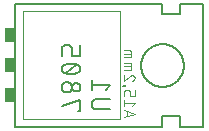
<source format=gbr>
G04 EAGLE Gerber RS-274X export*
G75*
%MOMM*%
%FSLAX34Y34*%
%LPD*%
%INSilkscreen Bottom*%
%IPPOS*%
%AMOC8*
5,1,8,0,0,1.08239X$1,22.5*%
G01*
%ADD10C,0.152400*%
%ADD11C,0.050800*%
%ADD12C,0.101600*%
%ADD13R,0.889000X1.270000*%
%ADD14C,0.177800*%


D10*
X965200Y-1395095D02*
X965200Y-1290955D01*
X1123950Y-1290955D02*
X1123950Y-1395095D01*
X1089660Y-1290955D02*
X965200Y-1290955D01*
X1089660Y-1290955D02*
X1089660Y-1299845D01*
X1104900Y-1299845D01*
X1104900Y-1290955D01*
X1123950Y-1290955D01*
X1089660Y-1395095D02*
X965200Y-1395095D01*
X1089660Y-1395095D02*
X1089660Y-1386205D01*
X1104900Y-1386205D01*
X1104900Y-1395095D01*
X1123950Y-1395095D01*
D11*
X971550Y-1388745D02*
X971550Y-1297305D01*
X1054100Y-1297305D01*
X1054100Y-1388745D01*
X971550Y-1388745D01*
D10*
X1071626Y-1343025D02*
X1071631Y-1342582D01*
X1071648Y-1342140D01*
X1071675Y-1341698D01*
X1071713Y-1341257D01*
X1071762Y-1340817D01*
X1071821Y-1340379D01*
X1071892Y-1339942D01*
X1071973Y-1339507D01*
X1072064Y-1339074D01*
X1072166Y-1338643D01*
X1072279Y-1338215D01*
X1072403Y-1337790D01*
X1072536Y-1337368D01*
X1072680Y-1336950D01*
X1072834Y-1336535D01*
X1072999Y-1336124D01*
X1073173Y-1335717D01*
X1073357Y-1335314D01*
X1073552Y-1334917D01*
X1073755Y-1334524D01*
X1073969Y-1334136D01*
X1074192Y-1333754D01*
X1074424Y-1333377D01*
X1074665Y-1333006D01*
X1074916Y-1332641D01*
X1075175Y-1332282D01*
X1075443Y-1331930D01*
X1075720Y-1331584D01*
X1076004Y-1331246D01*
X1076298Y-1330914D01*
X1076599Y-1330590D01*
X1076908Y-1330273D01*
X1077225Y-1329964D01*
X1077549Y-1329663D01*
X1077881Y-1329369D01*
X1078219Y-1329085D01*
X1078565Y-1328808D01*
X1078917Y-1328540D01*
X1079276Y-1328281D01*
X1079641Y-1328030D01*
X1080012Y-1327789D01*
X1080389Y-1327557D01*
X1080771Y-1327334D01*
X1081159Y-1327120D01*
X1081552Y-1326917D01*
X1081949Y-1326722D01*
X1082352Y-1326538D01*
X1082759Y-1326364D01*
X1083170Y-1326199D01*
X1083585Y-1326045D01*
X1084003Y-1325901D01*
X1084425Y-1325768D01*
X1084850Y-1325644D01*
X1085278Y-1325531D01*
X1085709Y-1325429D01*
X1086142Y-1325338D01*
X1086577Y-1325257D01*
X1087014Y-1325186D01*
X1087452Y-1325127D01*
X1087892Y-1325078D01*
X1088333Y-1325040D01*
X1088775Y-1325013D01*
X1089217Y-1324996D01*
X1089660Y-1324991D01*
X1090103Y-1324996D01*
X1090545Y-1325013D01*
X1090987Y-1325040D01*
X1091428Y-1325078D01*
X1091868Y-1325127D01*
X1092306Y-1325186D01*
X1092743Y-1325257D01*
X1093178Y-1325338D01*
X1093611Y-1325429D01*
X1094042Y-1325531D01*
X1094470Y-1325644D01*
X1094895Y-1325768D01*
X1095317Y-1325901D01*
X1095735Y-1326045D01*
X1096150Y-1326199D01*
X1096561Y-1326364D01*
X1096968Y-1326538D01*
X1097371Y-1326722D01*
X1097768Y-1326917D01*
X1098161Y-1327120D01*
X1098549Y-1327334D01*
X1098931Y-1327557D01*
X1099308Y-1327789D01*
X1099679Y-1328030D01*
X1100044Y-1328281D01*
X1100403Y-1328540D01*
X1100755Y-1328808D01*
X1101101Y-1329085D01*
X1101439Y-1329369D01*
X1101771Y-1329663D01*
X1102095Y-1329964D01*
X1102412Y-1330273D01*
X1102721Y-1330590D01*
X1103022Y-1330914D01*
X1103316Y-1331246D01*
X1103600Y-1331584D01*
X1103877Y-1331930D01*
X1104145Y-1332282D01*
X1104404Y-1332641D01*
X1104655Y-1333006D01*
X1104896Y-1333377D01*
X1105128Y-1333754D01*
X1105351Y-1334136D01*
X1105565Y-1334524D01*
X1105768Y-1334917D01*
X1105963Y-1335314D01*
X1106147Y-1335717D01*
X1106321Y-1336124D01*
X1106486Y-1336535D01*
X1106640Y-1336950D01*
X1106784Y-1337368D01*
X1106917Y-1337790D01*
X1107041Y-1338215D01*
X1107154Y-1338643D01*
X1107256Y-1339074D01*
X1107347Y-1339507D01*
X1107428Y-1339942D01*
X1107499Y-1340379D01*
X1107558Y-1340817D01*
X1107607Y-1341257D01*
X1107645Y-1341698D01*
X1107672Y-1342140D01*
X1107689Y-1342582D01*
X1107694Y-1343025D01*
X1107689Y-1343468D01*
X1107672Y-1343910D01*
X1107645Y-1344352D01*
X1107607Y-1344793D01*
X1107558Y-1345233D01*
X1107499Y-1345671D01*
X1107428Y-1346108D01*
X1107347Y-1346543D01*
X1107256Y-1346976D01*
X1107154Y-1347407D01*
X1107041Y-1347835D01*
X1106917Y-1348260D01*
X1106784Y-1348682D01*
X1106640Y-1349100D01*
X1106486Y-1349515D01*
X1106321Y-1349926D01*
X1106147Y-1350333D01*
X1105963Y-1350736D01*
X1105768Y-1351133D01*
X1105565Y-1351526D01*
X1105351Y-1351914D01*
X1105128Y-1352296D01*
X1104896Y-1352673D01*
X1104655Y-1353044D01*
X1104404Y-1353409D01*
X1104145Y-1353768D01*
X1103877Y-1354120D01*
X1103600Y-1354466D01*
X1103316Y-1354804D01*
X1103022Y-1355136D01*
X1102721Y-1355460D01*
X1102412Y-1355777D01*
X1102095Y-1356086D01*
X1101771Y-1356387D01*
X1101439Y-1356681D01*
X1101101Y-1356965D01*
X1100755Y-1357242D01*
X1100403Y-1357510D01*
X1100044Y-1357769D01*
X1099679Y-1358020D01*
X1099308Y-1358261D01*
X1098931Y-1358493D01*
X1098549Y-1358716D01*
X1098161Y-1358930D01*
X1097768Y-1359133D01*
X1097371Y-1359328D01*
X1096968Y-1359512D01*
X1096561Y-1359686D01*
X1096150Y-1359851D01*
X1095735Y-1360005D01*
X1095317Y-1360149D01*
X1094895Y-1360282D01*
X1094470Y-1360406D01*
X1094042Y-1360519D01*
X1093611Y-1360621D01*
X1093178Y-1360712D01*
X1092743Y-1360793D01*
X1092306Y-1360864D01*
X1091868Y-1360923D01*
X1091428Y-1360972D01*
X1090987Y-1361010D01*
X1090545Y-1361037D01*
X1090103Y-1361054D01*
X1089660Y-1361059D01*
X1089217Y-1361054D01*
X1088775Y-1361037D01*
X1088333Y-1361010D01*
X1087892Y-1360972D01*
X1087452Y-1360923D01*
X1087014Y-1360864D01*
X1086577Y-1360793D01*
X1086142Y-1360712D01*
X1085709Y-1360621D01*
X1085278Y-1360519D01*
X1084850Y-1360406D01*
X1084425Y-1360282D01*
X1084003Y-1360149D01*
X1083585Y-1360005D01*
X1083170Y-1359851D01*
X1082759Y-1359686D01*
X1082352Y-1359512D01*
X1081949Y-1359328D01*
X1081552Y-1359133D01*
X1081159Y-1358930D01*
X1080771Y-1358716D01*
X1080389Y-1358493D01*
X1080012Y-1358261D01*
X1079641Y-1358020D01*
X1079276Y-1357769D01*
X1078917Y-1357510D01*
X1078565Y-1357242D01*
X1078219Y-1356965D01*
X1077881Y-1356681D01*
X1077549Y-1356387D01*
X1077225Y-1356086D01*
X1076908Y-1355777D01*
X1076599Y-1355460D01*
X1076298Y-1355136D01*
X1076004Y-1354804D01*
X1075720Y-1354466D01*
X1075443Y-1354120D01*
X1075175Y-1353768D01*
X1074916Y-1353409D01*
X1074665Y-1353044D01*
X1074424Y-1352673D01*
X1074192Y-1352296D01*
X1073969Y-1351914D01*
X1073755Y-1351526D01*
X1073552Y-1351133D01*
X1073357Y-1350736D01*
X1073173Y-1350333D01*
X1072999Y-1349926D01*
X1072834Y-1349515D01*
X1072680Y-1349100D01*
X1072536Y-1348682D01*
X1072403Y-1348260D01*
X1072279Y-1347835D01*
X1072166Y-1347407D01*
X1072064Y-1346976D01*
X1071973Y-1346543D01*
X1071892Y-1346108D01*
X1071821Y-1345671D01*
X1071762Y-1345233D01*
X1071713Y-1344793D01*
X1071675Y-1344352D01*
X1071648Y-1343910D01*
X1071631Y-1343468D01*
X1071626Y-1343025D01*
D12*
X1066038Y-1384004D02*
X1057148Y-1386967D01*
X1057148Y-1381040D02*
X1066038Y-1384004D01*
X1059371Y-1381781D02*
X1059371Y-1386226D01*
X1064062Y-1377558D02*
X1066038Y-1375088D01*
X1057148Y-1375088D01*
X1057148Y-1372619D02*
X1057148Y-1377558D01*
X1057148Y-1368642D02*
X1057148Y-1365679D01*
X1057150Y-1365590D01*
X1057156Y-1365502D01*
X1057166Y-1365414D01*
X1057180Y-1365326D01*
X1057198Y-1365239D01*
X1057219Y-1365153D01*
X1057245Y-1365068D01*
X1057274Y-1364985D01*
X1057307Y-1364902D01*
X1057344Y-1364822D01*
X1057384Y-1364743D01*
X1057428Y-1364666D01*
X1057475Y-1364590D01*
X1057525Y-1364518D01*
X1057579Y-1364447D01*
X1057636Y-1364379D01*
X1057696Y-1364313D01*
X1057758Y-1364251D01*
X1057824Y-1364191D01*
X1057892Y-1364134D01*
X1057963Y-1364080D01*
X1058035Y-1364030D01*
X1058110Y-1363983D01*
X1058188Y-1363939D01*
X1058267Y-1363899D01*
X1058347Y-1363862D01*
X1058430Y-1363829D01*
X1058513Y-1363800D01*
X1058598Y-1363774D01*
X1058684Y-1363753D01*
X1058771Y-1363735D01*
X1058859Y-1363721D01*
X1058947Y-1363711D01*
X1059035Y-1363705D01*
X1059124Y-1363703D01*
X1059124Y-1363704D02*
X1060111Y-1363704D01*
X1060111Y-1363703D02*
X1060197Y-1363705D01*
X1060283Y-1363711D01*
X1060369Y-1363720D01*
X1060454Y-1363733D01*
X1060539Y-1363750D01*
X1060622Y-1363770D01*
X1060705Y-1363794D01*
X1060787Y-1363822D01*
X1060867Y-1363853D01*
X1060946Y-1363888D01*
X1061023Y-1363926D01*
X1061099Y-1363968D01*
X1061173Y-1364012D01*
X1061244Y-1364060D01*
X1061314Y-1364111D01*
X1061381Y-1364165D01*
X1061446Y-1364222D01*
X1061508Y-1364282D01*
X1061568Y-1364344D01*
X1061625Y-1364409D01*
X1061679Y-1364476D01*
X1061730Y-1364546D01*
X1061778Y-1364617D01*
X1061822Y-1364691D01*
X1061864Y-1364767D01*
X1061902Y-1364844D01*
X1061937Y-1364923D01*
X1061968Y-1365003D01*
X1061996Y-1365085D01*
X1062020Y-1365168D01*
X1062040Y-1365251D01*
X1062057Y-1365336D01*
X1062070Y-1365421D01*
X1062079Y-1365507D01*
X1062085Y-1365593D01*
X1062087Y-1365679D01*
X1062087Y-1368642D01*
X1066038Y-1368642D01*
X1066038Y-1363704D01*
X1057148Y-1360218D02*
X1057148Y-1359724D01*
X1057148Y-1360218D02*
X1057642Y-1360218D01*
X1057642Y-1359724D01*
X1057148Y-1359724D01*
X1055172Y-1360464D01*
X1063816Y-1351222D02*
X1063908Y-1351224D01*
X1064000Y-1351230D01*
X1064091Y-1351239D01*
X1064182Y-1351252D01*
X1064272Y-1351269D01*
X1064362Y-1351290D01*
X1064450Y-1351314D01*
X1064538Y-1351342D01*
X1064624Y-1351374D01*
X1064709Y-1351409D01*
X1064792Y-1351448D01*
X1064874Y-1351490D01*
X1064954Y-1351535D01*
X1065032Y-1351584D01*
X1065108Y-1351636D01*
X1065181Y-1351691D01*
X1065253Y-1351749D01*
X1065322Y-1351809D01*
X1065388Y-1351873D01*
X1065452Y-1351939D01*
X1065512Y-1352008D01*
X1065570Y-1352080D01*
X1065625Y-1352153D01*
X1065677Y-1352229D01*
X1065726Y-1352307D01*
X1065771Y-1352387D01*
X1065813Y-1352469D01*
X1065852Y-1352552D01*
X1065887Y-1352637D01*
X1065919Y-1352723D01*
X1065947Y-1352811D01*
X1065971Y-1352899D01*
X1065992Y-1352989D01*
X1066009Y-1353079D01*
X1066022Y-1353170D01*
X1066031Y-1353261D01*
X1066037Y-1353353D01*
X1066039Y-1353445D01*
X1066038Y-1353445D02*
X1066036Y-1353551D01*
X1066030Y-1353656D01*
X1066020Y-1353761D01*
X1066007Y-1353866D01*
X1065989Y-1353970D01*
X1065968Y-1354073D01*
X1065943Y-1354176D01*
X1065914Y-1354278D01*
X1065881Y-1354378D01*
X1065845Y-1354477D01*
X1065805Y-1354575D01*
X1065761Y-1354671D01*
X1065714Y-1354766D01*
X1065664Y-1354858D01*
X1065610Y-1354949D01*
X1065552Y-1355038D01*
X1065492Y-1355124D01*
X1065428Y-1355208D01*
X1065362Y-1355290D01*
X1065292Y-1355370D01*
X1065219Y-1355446D01*
X1065144Y-1355520D01*
X1065066Y-1355591D01*
X1064985Y-1355659D01*
X1064902Y-1355725D01*
X1064816Y-1355787D01*
X1064729Y-1355845D01*
X1064639Y-1355901D01*
X1064547Y-1355953D01*
X1064453Y-1356002D01*
X1064358Y-1356047D01*
X1064261Y-1356089D01*
X1064162Y-1356127D01*
X1064063Y-1356161D01*
X1062087Y-1351963D02*
X1062156Y-1351894D01*
X1062226Y-1351828D01*
X1062300Y-1351765D01*
X1062376Y-1351706D01*
X1062454Y-1351649D01*
X1062534Y-1351595D01*
X1062617Y-1351545D01*
X1062701Y-1351498D01*
X1062788Y-1351455D01*
X1062876Y-1351415D01*
X1062965Y-1351379D01*
X1063056Y-1351346D01*
X1063148Y-1351317D01*
X1063242Y-1351292D01*
X1063336Y-1351271D01*
X1063431Y-1351253D01*
X1063527Y-1351240D01*
X1063623Y-1351230D01*
X1063719Y-1351224D01*
X1063816Y-1351222D01*
X1062087Y-1351963D02*
X1057148Y-1356161D01*
X1057148Y-1351222D01*
X1057148Y-1346848D02*
X1063075Y-1346848D01*
X1063075Y-1342403D01*
X1063073Y-1342328D01*
X1063067Y-1342253D01*
X1063058Y-1342179D01*
X1063045Y-1342105D01*
X1063028Y-1342032D01*
X1063007Y-1341959D01*
X1062983Y-1341888D01*
X1062955Y-1341819D01*
X1062924Y-1341750D01*
X1062889Y-1341684D01*
X1062851Y-1341619D01*
X1062809Y-1341556D01*
X1062765Y-1341496D01*
X1062717Y-1341438D01*
X1062667Y-1341382D01*
X1062614Y-1341329D01*
X1062558Y-1341279D01*
X1062500Y-1341231D01*
X1062440Y-1341187D01*
X1062377Y-1341145D01*
X1062312Y-1341107D01*
X1062246Y-1341072D01*
X1062177Y-1341041D01*
X1062108Y-1341013D01*
X1062037Y-1340989D01*
X1061964Y-1340968D01*
X1061891Y-1340951D01*
X1061817Y-1340938D01*
X1061743Y-1340929D01*
X1061668Y-1340923D01*
X1061593Y-1340921D01*
X1057148Y-1340921D01*
X1057148Y-1343885D02*
X1063075Y-1343885D01*
X1063075Y-1336149D02*
X1057148Y-1336149D01*
X1063075Y-1336149D02*
X1063075Y-1331704D01*
X1063073Y-1331629D01*
X1063067Y-1331554D01*
X1063058Y-1331480D01*
X1063045Y-1331406D01*
X1063028Y-1331333D01*
X1063007Y-1331260D01*
X1062983Y-1331189D01*
X1062955Y-1331120D01*
X1062924Y-1331051D01*
X1062889Y-1330985D01*
X1062851Y-1330920D01*
X1062809Y-1330857D01*
X1062765Y-1330797D01*
X1062717Y-1330739D01*
X1062667Y-1330683D01*
X1062614Y-1330630D01*
X1062558Y-1330580D01*
X1062500Y-1330532D01*
X1062440Y-1330488D01*
X1062377Y-1330446D01*
X1062312Y-1330408D01*
X1062246Y-1330373D01*
X1062177Y-1330342D01*
X1062108Y-1330314D01*
X1062037Y-1330290D01*
X1061964Y-1330269D01*
X1061891Y-1330252D01*
X1061817Y-1330239D01*
X1061743Y-1330230D01*
X1061668Y-1330224D01*
X1061593Y-1330222D01*
X1061593Y-1330223D02*
X1057148Y-1330223D01*
X1057148Y-1333186D02*
X1063075Y-1333186D01*
D13*
X960755Y-1317625D03*
X960755Y-1343025D03*
X960755Y-1368425D03*
D14*
X1034034Y-1380236D02*
X1045591Y-1380236D01*
X1034034Y-1380236D02*
X1033902Y-1380234D01*
X1033771Y-1380228D01*
X1033639Y-1380218D01*
X1033508Y-1380205D01*
X1033378Y-1380187D01*
X1033248Y-1380166D01*
X1033118Y-1380141D01*
X1032990Y-1380112D01*
X1032862Y-1380079D01*
X1032736Y-1380042D01*
X1032610Y-1380002D01*
X1032486Y-1379958D01*
X1032363Y-1379910D01*
X1032242Y-1379859D01*
X1032122Y-1379804D01*
X1032004Y-1379746D01*
X1031888Y-1379684D01*
X1031774Y-1379618D01*
X1031661Y-1379550D01*
X1031551Y-1379478D01*
X1031443Y-1379403D01*
X1031337Y-1379324D01*
X1031233Y-1379243D01*
X1031132Y-1379158D01*
X1031034Y-1379071D01*
X1030938Y-1378980D01*
X1030845Y-1378887D01*
X1030754Y-1378791D01*
X1030667Y-1378693D01*
X1030582Y-1378592D01*
X1030501Y-1378488D01*
X1030422Y-1378382D01*
X1030347Y-1378274D01*
X1030275Y-1378164D01*
X1030207Y-1378051D01*
X1030141Y-1377937D01*
X1030079Y-1377821D01*
X1030021Y-1377703D01*
X1029966Y-1377583D01*
X1029915Y-1377462D01*
X1029867Y-1377339D01*
X1029823Y-1377215D01*
X1029783Y-1377089D01*
X1029746Y-1376963D01*
X1029713Y-1376835D01*
X1029684Y-1376707D01*
X1029659Y-1376577D01*
X1029638Y-1376447D01*
X1029620Y-1376317D01*
X1029607Y-1376186D01*
X1029597Y-1376054D01*
X1029591Y-1375923D01*
X1029589Y-1375791D01*
X1029591Y-1375659D01*
X1029597Y-1375528D01*
X1029607Y-1375396D01*
X1029620Y-1375265D01*
X1029638Y-1375135D01*
X1029659Y-1375005D01*
X1029684Y-1374875D01*
X1029713Y-1374747D01*
X1029746Y-1374619D01*
X1029783Y-1374493D01*
X1029823Y-1374367D01*
X1029867Y-1374243D01*
X1029915Y-1374120D01*
X1029966Y-1373999D01*
X1030021Y-1373879D01*
X1030079Y-1373761D01*
X1030141Y-1373645D01*
X1030207Y-1373531D01*
X1030275Y-1373418D01*
X1030347Y-1373308D01*
X1030422Y-1373200D01*
X1030501Y-1373094D01*
X1030582Y-1372990D01*
X1030667Y-1372889D01*
X1030754Y-1372791D01*
X1030845Y-1372695D01*
X1030938Y-1372602D01*
X1031034Y-1372511D01*
X1031132Y-1372424D01*
X1031233Y-1372339D01*
X1031337Y-1372258D01*
X1031443Y-1372179D01*
X1031551Y-1372104D01*
X1031661Y-1372032D01*
X1031774Y-1371964D01*
X1031888Y-1371898D01*
X1032004Y-1371836D01*
X1032122Y-1371778D01*
X1032242Y-1371723D01*
X1032363Y-1371672D01*
X1032486Y-1371624D01*
X1032610Y-1371580D01*
X1032736Y-1371540D01*
X1032862Y-1371503D01*
X1032990Y-1371470D01*
X1033118Y-1371441D01*
X1033248Y-1371416D01*
X1033378Y-1371395D01*
X1033508Y-1371377D01*
X1033639Y-1371364D01*
X1033771Y-1371354D01*
X1033902Y-1371348D01*
X1034034Y-1371346D01*
X1045591Y-1371346D01*
X1042035Y-1364084D02*
X1045591Y-1359639D01*
X1029589Y-1359639D01*
X1029589Y-1364084D02*
X1029589Y-1355194D01*
X1020191Y-1381506D02*
X1018413Y-1381506D01*
X1020191Y-1381506D02*
X1020191Y-1372616D01*
X1004189Y-1377061D01*
X1008634Y-1365875D02*
X1008766Y-1365873D01*
X1008897Y-1365867D01*
X1009029Y-1365857D01*
X1009160Y-1365844D01*
X1009290Y-1365826D01*
X1009420Y-1365805D01*
X1009550Y-1365780D01*
X1009678Y-1365751D01*
X1009806Y-1365718D01*
X1009932Y-1365681D01*
X1010058Y-1365641D01*
X1010182Y-1365597D01*
X1010305Y-1365549D01*
X1010426Y-1365498D01*
X1010546Y-1365443D01*
X1010664Y-1365385D01*
X1010780Y-1365323D01*
X1010894Y-1365257D01*
X1011007Y-1365189D01*
X1011117Y-1365117D01*
X1011225Y-1365042D01*
X1011331Y-1364963D01*
X1011435Y-1364882D01*
X1011536Y-1364797D01*
X1011634Y-1364710D01*
X1011730Y-1364619D01*
X1011823Y-1364526D01*
X1011914Y-1364430D01*
X1012001Y-1364332D01*
X1012086Y-1364231D01*
X1012167Y-1364127D01*
X1012246Y-1364021D01*
X1012321Y-1363913D01*
X1012393Y-1363803D01*
X1012461Y-1363690D01*
X1012527Y-1363576D01*
X1012589Y-1363460D01*
X1012647Y-1363342D01*
X1012702Y-1363222D01*
X1012753Y-1363101D01*
X1012801Y-1362978D01*
X1012845Y-1362854D01*
X1012885Y-1362728D01*
X1012922Y-1362602D01*
X1012955Y-1362474D01*
X1012984Y-1362346D01*
X1013009Y-1362216D01*
X1013030Y-1362086D01*
X1013048Y-1361956D01*
X1013061Y-1361825D01*
X1013071Y-1361693D01*
X1013077Y-1361562D01*
X1013079Y-1361430D01*
X1013077Y-1361298D01*
X1013071Y-1361167D01*
X1013061Y-1361035D01*
X1013048Y-1360904D01*
X1013030Y-1360774D01*
X1013009Y-1360644D01*
X1012984Y-1360514D01*
X1012955Y-1360386D01*
X1012922Y-1360258D01*
X1012885Y-1360132D01*
X1012845Y-1360006D01*
X1012801Y-1359882D01*
X1012753Y-1359759D01*
X1012702Y-1359638D01*
X1012647Y-1359518D01*
X1012589Y-1359400D01*
X1012527Y-1359284D01*
X1012461Y-1359170D01*
X1012393Y-1359057D01*
X1012321Y-1358947D01*
X1012246Y-1358839D01*
X1012167Y-1358733D01*
X1012086Y-1358629D01*
X1012001Y-1358528D01*
X1011914Y-1358430D01*
X1011823Y-1358334D01*
X1011730Y-1358241D01*
X1011634Y-1358150D01*
X1011536Y-1358063D01*
X1011435Y-1357978D01*
X1011331Y-1357897D01*
X1011225Y-1357818D01*
X1011117Y-1357743D01*
X1011007Y-1357671D01*
X1010894Y-1357603D01*
X1010780Y-1357537D01*
X1010664Y-1357475D01*
X1010546Y-1357417D01*
X1010426Y-1357362D01*
X1010305Y-1357311D01*
X1010182Y-1357263D01*
X1010058Y-1357219D01*
X1009932Y-1357179D01*
X1009806Y-1357142D01*
X1009678Y-1357109D01*
X1009550Y-1357080D01*
X1009420Y-1357055D01*
X1009290Y-1357034D01*
X1009160Y-1357016D01*
X1009029Y-1357003D01*
X1008897Y-1356993D01*
X1008766Y-1356987D01*
X1008634Y-1356985D01*
X1008502Y-1356987D01*
X1008371Y-1356993D01*
X1008239Y-1357003D01*
X1008108Y-1357016D01*
X1007978Y-1357034D01*
X1007848Y-1357055D01*
X1007718Y-1357080D01*
X1007590Y-1357109D01*
X1007462Y-1357142D01*
X1007336Y-1357179D01*
X1007210Y-1357219D01*
X1007086Y-1357263D01*
X1006963Y-1357311D01*
X1006842Y-1357362D01*
X1006722Y-1357417D01*
X1006604Y-1357475D01*
X1006488Y-1357537D01*
X1006374Y-1357603D01*
X1006261Y-1357671D01*
X1006151Y-1357743D01*
X1006043Y-1357818D01*
X1005937Y-1357897D01*
X1005833Y-1357978D01*
X1005732Y-1358063D01*
X1005634Y-1358150D01*
X1005538Y-1358241D01*
X1005445Y-1358334D01*
X1005354Y-1358430D01*
X1005267Y-1358528D01*
X1005182Y-1358629D01*
X1005101Y-1358733D01*
X1005022Y-1358839D01*
X1004947Y-1358947D01*
X1004875Y-1359057D01*
X1004807Y-1359170D01*
X1004741Y-1359284D01*
X1004679Y-1359400D01*
X1004621Y-1359518D01*
X1004566Y-1359638D01*
X1004515Y-1359759D01*
X1004467Y-1359882D01*
X1004423Y-1360006D01*
X1004383Y-1360132D01*
X1004346Y-1360258D01*
X1004313Y-1360386D01*
X1004284Y-1360514D01*
X1004259Y-1360644D01*
X1004238Y-1360774D01*
X1004220Y-1360904D01*
X1004207Y-1361035D01*
X1004197Y-1361167D01*
X1004191Y-1361298D01*
X1004189Y-1361430D01*
X1004191Y-1361562D01*
X1004197Y-1361693D01*
X1004207Y-1361825D01*
X1004220Y-1361956D01*
X1004238Y-1362086D01*
X1004259Y-1362216D01*
X1004284Y-1362346D01*
X1004313Y-1362474D01*
X1004346Y-1362602D01*
X1004383Y-1362728D01*
X1004423Y-1362854D01*
X1004467Y-1362978D01*
X1004515Y-1363101D01*
X1004566Y-1363222D01*
X1004621Y-1363342D01*
X1004679Y-1363460D01*
X1004741Y-1363576D01*
X1004807Y-1363690D01*
X1004875Y-1363803D01*
X1004947Y-1363913D01*
X1005022Y-1364021D01*
X1005101Y-1364127D01*
X1005182Y-1364231D01*
X1005267Y-1364332D01*
X1005354Y-1364430D01*
X1005445Y-1364526D01*
X1005538Y-1364619D01*
X1005634Y-1364710D01*
X1005732Y-1364797D01*
X1005833Y-1364882D01*
X1005937Y-1364963D01*
X1006043Y-1365042D01*
X1006151Y-1365117D01*
X1006261Y-1365189D01*
X1006374Y-1365257D01*
X1006488Y-1365323D01*
X1006604Y-1365385D01*
X1006722Y-1365443D01*
X1006842Y-1365498D01*
X1006963Y-1365549D01*
X1007086Y-1365597D01*
X1007210Y-1365641D01*
X1007336Y-1365681D01*
X1007462Y-1365718D01*
X1007590Y-1365751D01*
X1007718Y-1365780D01*
X1007848Y-1365805D01*
X1007978Y-1365826D01*
X1008108Y-1365844D01*
X1008239Y-1365857D01*
X1008371Y-1365867D01*
X1008502Y-1365873D01*
X1008634Y-1365875D01*
X1016635Y-1364986D02*
X1016753Y-1364984D01*
X1016870Y-1364978D01*
X1016987Y-1364969D01*
X1017104Y-1364955D01*
X1017220Y-1364938D01*
X1017336Y-1364916D01*
X1017451Y-1364891D01*
X1017565Y-1364862D01*
X1017678Y-1364830D01*
X1017790Y-1364793D01*
X1017900Y-1364753D01*
X1018009Y-1364710D01*
X1018117Y-1364662D01*
X1018223Y-1364612D01*
X1018327Y-1364557D01*
X1018430Y-1364500D01*
X1018530Y-1364439D01*
X1018629Y-1364374D01*
X1018725Y-1364307D01*
X1018819Y-1364236D01*
X1018911Y-1364162D01*
X1019000Y-1364086D01*
X1019086Y-1364006D01*
X1019170Y-1363924D01*
X1019251Y-1363838D01*
X1019329Y-1363751D01*
X1019405Y-1363660D01*
X1019477Y-1363567D01*
X1019546Y-1363472D01*
X1019612Y-1363375D01*
X1019675Y-1363275D01*
X1019734Y-1363174D01*
X1019790Y-1363071D01*
X1019842Y-1362965D01*
X1019891Y-1362858D01*
X1019937Y-1362750D01*
X1019979Y-1362640D01*
X1020017Y-1362529D01*
X1020051Y-1362416D01*
X1020082Y-1362303D01*
X1020109Y-1362188D01*
X1020132Y-1362073D01*
X1020152Y-1361957D01*
X1020167Y-1361841D01*
X1020179Y-1361724D01*
X1020187Y-1361606D01*
X1020191Y-1361489D01*
X1020191Y-1361371D01*
X1020187Y-1361254D01*
X1020179Y-1361136D01*
X1020167Y-1361019D01*
X1020152Y-1360903D01*
X1020132Y-1360787D01*
X1020109Y-1360672D01*
X1020082Y-1360557D01*
X1020051Y-1360444D01*
X1020017Y-1360331D01*
X1019979Y-1360220D01*
X1019937Y-1360110D01*
X1019891Y-1360002D01*
X1019842Y-1359895D01*
X1019790Y-1359789D01*
X1019734Y-1359686D01*
X1019675Y-1359585D01*
X1019612Y-1359485D01*
X1019546Y-1359388D01*
X1019477Y-1359293D01*
X1019405Y-1359200D01*
X1019329Y-1359109D01*
X1019251Y-1359022D01*
X1019170Y-1358936D01*
X1019086Y-1358854D01*
X1019000Y-1358774D01*
X1018911Y-1358698D01*
X1018819Y-1358624D01*
X1018725Y-1358553D01*
X1018629Y-1358486D01*
X1018530Y-1358421D01*
X1018430Y-1358360D01*
X1018327Y-1358303D01*
X1018223Y-1358248D01*
X1018117Y-1358198D01*
X1018009Y-1358150D01*
X1017900Y-1358107D01*
X1017790Y-1358067D01*
X1017678Y-1358030D01*
X1017565Y-1357998D01*
X1017451Y-1357969D01*
X1017336Y-1357944D01*
X1017220Y-1357922D01*
X1017104Y-1357905D01*
X1016987Y-1357891D01*
X1016870Y-1357882D01*
X1016753Y-1357876D01*
X1016635Y-1357874D01*
X1016517Y-1357876D01*
X1016400Y-1357882D01*
X1016283Y-1357891D01*
X1016166Y-1357905D01*
X1016050Y-1357922D01*
X1015934Y-1357944D01*
X1015819Y-1357969D01*
X1015705Y-1357998D01*
X1015592Y-1358030D01*
X1015480Y-1358067D01*
X1015370Y-1358107D01*
X1015261Y-1358150D01*
X1015153Y-1358198D01*
X1015047Y-1358248D01*
X1014943Y-1358303D01*
X1014840Y-1358360D01*
X1014740Y-1358421D01*
X1014641Y-1358486D01*
X1014545Y-1358553D01*
X1014451Y-1358624D01*
X1014359Y-1358698D01*
X1014270Y-1358774D01*
X1014184Y-1358854D01*
X1014100Y-1358936D01*
X1014019Y-1359022D01*
X1013941Y-1359109D01*
X1013865Y-1359200D01*
X1013793Y-1359293D01*
X1013724Y-1359388D01*
X1013658Y-1359485D01*
X1013595Y-1359585D01*
X1013536Y-1359686D01*
X1013480Y-1359789D01*
X1013428Y-1359895D01*
X1013379Y-1360002D01*
X1013333Y-1360110D01*
X1013291Y-1360220D01*
X1013253Y-1360331D01*
X1013219Y-1360444D01*
X1013188Y-1360557D01*
X1013161Y-1360672D01*
X1013138Y-1360787D01*
X1013118Y-1360903D01*
X1013103Y-1361019D01*
X1013091Y-1361136D01*
X1013083Y-1361254D01*
X1013079Y-1361371D01*
X1013079Y-1361489D01*
X1013083Y-1361606D01*
X1013091Y-1361724D01*
X1013103Y-1361841D01*
X1013118Y-1361957D01*
X1013138Y-1362073D01*
X1013161Y-1362188D01*
X1013188Y-1362303D01*
X1013219Y-1362416D01*
X1013253Y-1362529D01*
X1013291Y-1362640D01*
X1013333Y-1362750D01*
X1013379Y-1362858D01*
X1013428Y-1362965D01*
X1013480Y-1363071D01*
X1013536Y-1363174D01*
X1013595Y-1363275D01*
X1013658Y-1363375D01*
X1013724Y-1363472D01*
X1013793Y-1363567D01*
X1013865Y-1363660D01*
X1013941Y-1363751D01*
X1014019Y-1363838D01*
X1014100Y-1363924D01*
X1014184Y-1364006D01*
X1014270Y-1364086D01*
X1014359Y-1364162D01*
X1014451Y-1364236D01*
X1014545Y-1364307D01*
X1014641Y-1364374D01*
X1014740Y-1364439D01*
X1014840Y-1364500D01*
X1014943Y-1364557D01*
X1015047Y-1364612D01*
X1015153Y-1364662D01*
X1015261Y-1364710D01*
X1015370Y-1364753D01*
X1015480Y-1364793D01*
X1015592Y-1364830D01*
X1015705Y-1364862D01*
X1015819Y-1364891D01*
X1015934Y-1364916D01*
X1016050Y-1364938D01*
X1016166Y-1364955D01*
X1016283Y-1364969D01*
X1016400Y-1364978D01*
X1016517Y-1364984D01*
X1016635Y-1364986D01*
X1012190Y-1350244D02*
X1012505Y-1350240D01*
X1012819Y-1350229D01*
X1013134Y-1350210D01*
X1013447Y-1350184D01*
X1013760Y-1350150D01*
X1014072Y-1350109D01*
X1014383Y-1350060D01*
X1014693Y-1350004D01*
X1015002Y-1349941D01*
X1015308Y-1349870D01*
X1015613Y-1349792D01*
X1015916Y-1349707D01*
X1016217Y-1349614D01*
X1016516Y-1349514D01*
X1016812Y-1349407D01*
X1017106Y-1349294D01*
X1017396Y-1349173D01*
X1017684Y-1349045D01*
X1017969Y-1348910D01*
X1018075Y-1348872D01*
X1018180Y-1348829D01*
X1018284Y-1348784D01*
X1018386Y-1348734D01*
X1018486Y-1348681D01*
X1018585Y-1348625D01*
X1018681Y-1348565D01*
X1018775Y-1348502D01*
X1018867Y-1348436D01*
X1018957Y-1348367D01*
X1019044Y-1348295D01*
X1019129Y-1348219D01*
X1019211Y-1348141D01*
X1019290Y-1348060D01*
X1019367Y-1347977D01*
X1019440Y-1347890D01*
X1019511Y-1347802D01*
X1019578Y-1347711D01*
X1019643Y-1347617D01*
X1019704Y-1347522D01*
X1019761Y-1347424D01*
X1019816Y-1347325D01*
X1019866Y-1347224D01*
X1019914Y-1347121D01*
X1019958Y-1347016D01*
X1019998Y-1346910D01*
X1020034Y-1346803D01*
X1020067Y-1346694D01*
X1020096Y-1346585D01*
X1020121Y-1346474D01*
X1020142Y-1346363D01*
X1020160Y-1346251D01*
X1020173Y-1346138D01*
X1020183Y-1346025D01*
X1020189Y-1345912D01*
X1020191Y-1345799D01*
X1020189Y-1345686D01*
X1020183Y-1345573D01*
X1020173Y-1345460D01*
X1020160Y-1345347D01*
X1020142Y-1345235D01*
X1020121Y-1345124D01*
X1020096Y-1345013D01*
X1020067Y-1344904D01*
X1020034Y-1344795D01*
X1019998Y-1344688D01*
X1019958Y-1344582D01*
X1019914Y-1344477D01*
X1019866Y-1344374D01*
X1019816Y-1344273D01*
X1019761Y-1344174D01*
X1019704Y-1344076D01*
X1019643Y-1343981D01*
X1019578Y-1343887D01*
X1019511Y-1343796D01*
X1019440Y-1343708D01*
X1019367Y-1343621D01*
X1019290Y-1343538D01*
X1019211Y-1343457D01*
X1019129Y-1343379D01*
X1019044Y-1343303D01*
X1018957Y-1343231D01*
X1018867Y-1343162D01*
X1018775Y-1343096D01*
X1018681Y-1343033D01*
X1018585Y-1342973D01*
X1018486Y-1342917D01*
X1018386Y-1342864D01*
X1018284Y-1342814D01*
X1018180Y-1342769D01*
X1018075Y-1342726D01*
X1017969Y-1342688D01*
X1017969Y-1342687D02*
X1017684Y-1342552D01*
X1017396Y-1342424D01*
X1017106Y-1342303D01*
X1016812Y-1342190D01*
X1016516Y-1342083D01*
X1016217Y-1341983D01*
X1015916Y-1341890D01*
X1015613Y-1341805D01*
X1015308Y-1341727D01*
X1015002Y-1341656D01*
X1014693Y-1341593D01*
X1014383Y-1341537D01*
X1014072Y-1341488D01*
X1013760Y-1341447D01*
X1013447Y-1341413D01*
X1013134Y-1341387D01*
X1012819Y-1341368D01*
X1012505Y-1341357D01*
X1012190Y-1341353D01*
X1012190Y-1350244D02*
X1011875Y-1350240D01*
X1011561Y-1350229D01*
X1011246Y-1350210D01*
X1010933Y-1350184D01*
X1010620Y-1350150D01*
X1010308Y-1350109D01*
X1009997Y-1350060D01*
X1009687Y-1350004D01*
X1009378Y-1349941D01*
X1009072Y-1349870D01*
X1008767Y-1349792D01*
X1008464Y-1349707D01*
X1008163Y-1349614D01*
X1007864Y-1349514D01*
X1007568Y-1349407D01*
X1007274Y-1349294D01*
X1006984Y-1349173D01*
X1006696Y-1349045D01*
X1006411Y-1348910D01*
X1006305Y-1348872D01*
X1006200Y-1348829D01*
X1006096Y-1348784D01*
X1005994Y-1348734D01*
X1005894Y-1348681D01*
X1005795Y-1348625D01*
X1005699Y-1348565D01*
X1005605Y-1348502D01*
X1005513Y-1348436D01*
X1005423Y-1348367D01*
X1005336Y-1348295D01*
X1005251Y-1348219D01*
X1005169Y-1348141D01*
X1005090Y-1348060D01*
X1005013Y-1347977D01*
X1004940Y-1347890D01*
X1004869Y-1347802D01*
X1004802Y-1347711D01*
X1004737Y-1347617D01*
X1004676Y-1347522D01*
X1004619Y-1347424D01*
X1004564Y-1347325D01*
X1004514Y-1347224D01*
X1004466Y-1347121D01*
X1004422Y-1347016D01*
X1004382Y-1346910D01*
X1004346Y-1346803D01*
X1004313Y-1346694D01*
X1004284Y-1346585D01*
X1004259Y-1346474D01*
X1004238Y-1346363D01*
X1004220Y-1346251D01*
X1004207Y-1346138D01*
X1004197Y-1346025D01*
X1004191Y-1345912D01*
X1004189Y-1345799D01*
X1006411Y-1342687D02*
X1006696Y-1342552D01*
X1006984Y-1342424D01*
X1007274Y-1342303D01*
X1007568Y-1342190D01*
X1007864Y-1342083D01*
X1008163Y-1341983D01*
X1008464Y-1341890D01*
X1008767Y-1341805D01*
X1009072Y-1341727D01*
X1009378Y-1341656D01*
X1009687Y-1341593D01*
X1009997Y-1341537D01*
X1010308Y-1341488D01*
X1010620Y-1341447D01*
X1010933Y-1341413D01*
X1011246Y-1341387D01*
X1011561Y-1341368D01*
X1011875Y-1341357D01*
X1012190Y-1341353D01*
X1006411Y-1342688D02*
X1006305Y-1342726D01*
X1006200Y-1342769D01*
X1006096Y-1342814D01*
X1005994Y-1342864D01*
X1005894Y-1342917D01*
X1005795Y-1342973D01*
X1005699Y-1343033D01*
X1005605Y-1343096D01*
X1005513Y-1343162D01*
X1005423Y-1343231D01*
X1005336Y-1343303D01*
X1005251Y-1343379D01*
X1005169Y-1343457D01*
X1005090Y-1343538D01*
X1005013Y-1343621D01*
X1004940Y-1343708D01*
X1004869Y-1343796D01*
X1004802Y-1343887D01*
X1004737Y-1343981D01*
X1004676Y-1344076D01*
X1004619Y-1344174D01*
X1004564Y-1344273D01*
X1004514Y-1344374D01*
X1004466Y-1344477D01*
X1004422Y-1344582D01*
X1004382Y-1344688D01*
X1004346Y-1344795D01*
X1004313Y-1344904D01*
X1004284Y-1345013D01*
X1004259Y-1345124D01*
X1004238Y-1345235D01*
X1004220Y-1345347D01*
X1004207Y-1345460D01*
X1004197Y-1345573D01*
X1004191Y-1345686D01*
X1004189Y-1345799D01*
X1007745Y-1349355D02*
X1016635Y-1342243D01*
X1004189Y-1334612D02*
X1004189Y-1329278D01*
X1004191Y-1329162D01*
X1004197Y-1329045D01*
X1004206Y-1328929D01*
X1004219Y-1328814D01*
X1004236Y-1328699D01*
X1004257Y-1328584D01*
X1004282Y-1328471D01*
X1004310Y-1328358D01*
X1004342Y-1328246D01*
X1004378Y-1328135D01*
X1004417Y-1328025D01*
X1004460Y-1327917D01*
X1004506Y-1327810D01*
X1004556Y-1327705D01*
X1004609Y-1327602D01*
X1004665Y-1327500D01*
X1004725Y-1327400D01*
X1004788Y-1327302D01*
X1004855Y-1327207D01*
X1004924Y-1327113D01*
X1004996Y-1327022D01*
X1005071Y-1326933D01*
X1005150Y-1326847D01*
X1005231Y-1326764D01*
X1005314Y-1326683D01*
X1005400Y-1326604D01*
X1005489Y-1326529D01*
X1005580Y-1326457D01*
X1005674Y-1326388D01*
X1005769Y-1326321D01*
X1005867Y-1326258D01*
X1005967Y-1326198D01*
X1006069Y-1326142D01*
X1006172Y-1326089D01*
X1006277Y-1326039D01*
X1006384Y-1325993D01*
X1006492Y-1325950D01*
X1006602Y-1325911D01*
X1006713Y-1325875D01*
X1006825Y-1325843D01*
X1006938Y-1325815D01*
X1007051Y-1325790D01*
X1007166Y-1325769D01*
X1007281Y-1325752D01*
X1007396Y-1325739D01*
X1007512Y-1325730D01*
X1007629Y-1325724D01*
X1007745Y-1325722D01*
X1009523Y-1325722D01*
X1009639Y-1325724D01*
X1009756Y-1325730D01*
X1009872Y-1325739D01*
X1009987Y-1325752D01*
X1010102Y-1325769D01*
X1010217Y-1325790D01*
X1010330Y-1325815D01*
X1010443Y-1325843D01*
X1010555Y-1325875D01*
X1010666Y-1325911D01*
X1010776Y-1325950D01*
X1010884Y-1325993D01*
X1010991Y-1326039D01*
X1011096Y-1326089D01*
X1011199Y-1326142D01*
X1011301Y-1326198D01*
X1011401Y-1326258D01*
X1011499Y-1326321D01*
X1011594Y-1326388D01*
X1011688Y-1326457D01*
X1011779Y-1326529D01*
X1011868Y-1326604D01*
X1011954Y-1326683D01*
X1012037Y-1326764D01*
X1012118Y-1326847D01*
X1012197Y-1326933D01*
X1012272Y-1327022D01*
X1012344Y-1327113D01*
X1012413Y-1327207D01*
X1012480Y-1327302D01*
X1012543Y-1327400D01*
X1012603Y-1327500D01*
X1012659Y-1327602D01*
X1012712Y-1327705D01*
X1012762Y-1327810D01*
X1012808Y-1327917D01*
X1012851Y-1328025D01*
X1012890Y-1328135D01*
X1012926Y-1328246D01*
X1012958Y-1328358D01*
X1012986Y-1328471D01*
X1013011Y-1328584D01*
X1013032Y-1328699D01*
X1013049Y-1328814D01*
X1013062Y-1328929D01*
X1013071Y-1329045D01*
X1013077Y-1329162D01*
X1013079Y-1329278D01*
X1013079Y-1334612D01*
X1020191Y-1334612D01*
X1020191Y-1325722D01*
M02*

</source>
